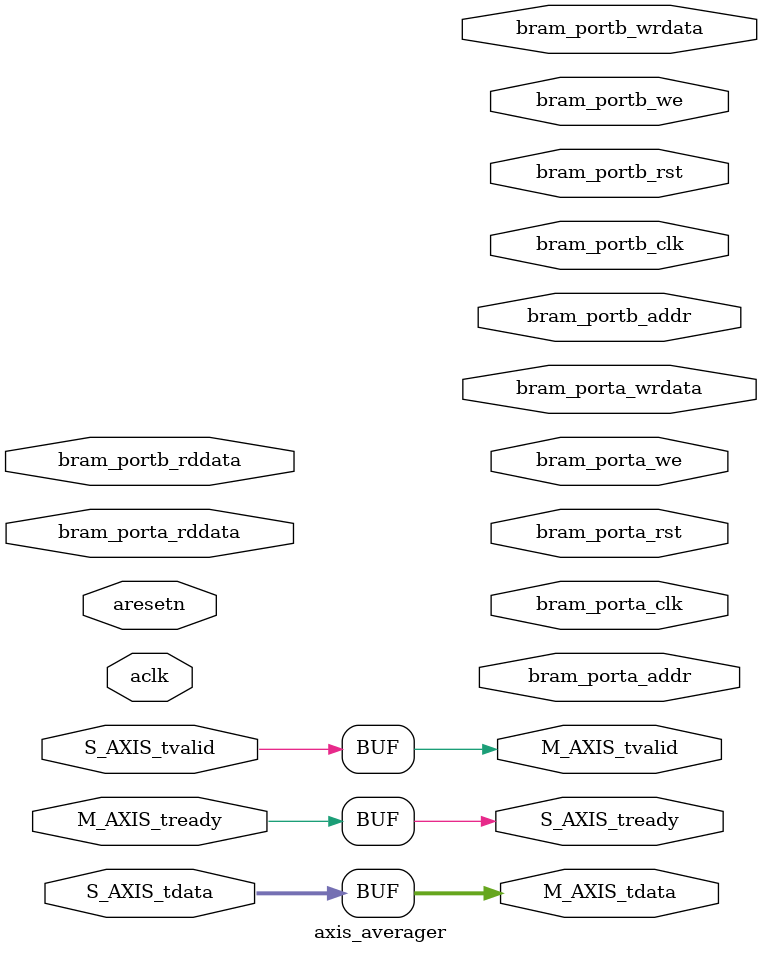
<source format=v>
`timescale 1ns / 1ps

module axis_averager #
(
    parameter integer                       AXIS_TDATA_WIDTH     = 32,
    parameter integer                       BRAM_DATA_WIDTH     = 32,
    parameter integer                       BRAM_ADDR_WIDTH     = 16,
    parameter integer                       AVERAGES_WIDTH      = 32
)
(
    // System signals
    input  wire                             aclk,
    input  wire                             aresetn,
    
    // Slave side
    input  wire [AXIS_TDATA_WIDTH-1:0]      S_AXIS_tdata,
    input  wire                             S_AXIS_tvalid,
    output wire                             S_AXIS_tready,

    // Master side
    input  wire                             M_AXIS_tready,
    output wire [AXIS_TDATA_WIDTH-1:0]      M_AXIS_tdata,
    output wire                             M_AXIS_tvalid,

    // BRAM PORT A
    input  wire [BRAM_DATA_WIDTH-1:0]       bram_porta_rddata,
    output wire                             bram_porta_clk,
    output wire                             bram_porta_rst,
    output wire [BRAM_ADDR_WIDTH-1:0]       bram_porta_addr,
    output wire [BRAM_DATA_WIDTH-1:0]       bram_porta_wrdata,
    output wire                             bram_porta_we,
    
    // BRAM PORT B
    input  wire [BRAM_DATA_WIDTH-1:0]       bram_portb_rddata,
    output wire                             bram_portb_clk,
    output wire                             bram_portb_rst,
    output wire [BRAM_ADDR_WIDTH-1:0]       bram_portb_addr,
    output wire [BRAM_DATA_WIDTH-1:0]       bram_portb_wrdata,
    output wire                             bram_portb_we
);

    assign M_AXIS_tdata = S_AXIS_tdata;
    assign M_AXIS_tvalid = S_AXIS_tvalid;
    assign S_AXIS_tready = M_AXIS_tready;

endmodule
</source>
